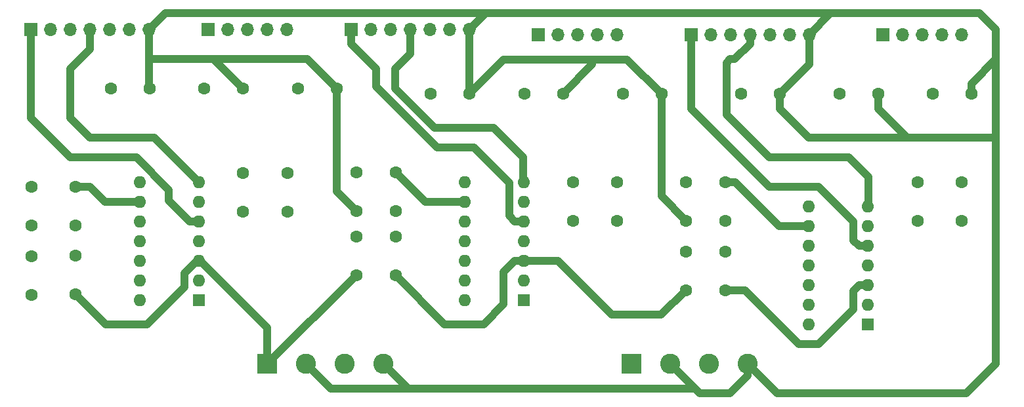
<source format=gbr>
%TF.GenerationSoftware,KiCad,Pcbnew,(5.1.10)-1*%
%TF.CreationDate,2022-02-15T22:08:32+02:00*%
%TF.ProjectId,SEM,53454d2e-6b69-4636-9164-5f7063625858,rev?*%
%TF.SameCoordinates,Original*%
%TF.FileFunction,Copper,L2,Bot*%
%TF.FilePolarity,Positive*%
%FSLAX46Y46*%
G04 Gerber Fmt 4.6, Leading zero omitted, Abs format (unit mm)*
G04 Created by KiCad (PCBNEW (5.1.10)-1) date 2022-02-15 22:08:32*
%MOMM*%
%LPD*%
G01*
G04 APERTURE LIST*
%TA.AperFunction,ComponentPad*%
%ADD10C,1.600000*%
%TD*%
%TA.AperFunction,ComponentPad*%
%ADD11O,1.700000X1.700000*%
%TD*%
%TA.AperFunction,ComponentPad*%
%ADD12R,1.700000X1.700000*%
%TD*%
%TA.AperFunction,ComponentPad*%
%ADD13R,2.600000X2.600000*%
%TD*%
%TA.AperFunction,ComponentPad*%
%ADD14C,2.600000*%
%TD*%
%TA.AperFunction,ComponentPad*%
%ADD15R,1.600000X1.600000*%
%TD*%
%TA.AperFunction,ComponentPad*%
%ADD16O,1.600000X1.600000*%
%TD*%
%TA.AperFunction,Conductor*%
%ADD17C,1.000000*%
%TD*%
G04 APERTURE END LIST*
D10*
%TO.P,C4,1*%
%TO.N,GND1*%
X90201000Y-175247000D03*
%TO.P,C4,2*%
%TO.N,Net-(C4-Pad2)*%
X85201000Y-175247000D03*
%TD*%
%TO.P,C22,2*%
%TO.N,GND1*%
X56546000Y-196837000D03*
%TO.P,C22,1*%
%TO.N,+12V*%
X56546000Y-201837000D03*
%TD*%
%TO.P,C5,1*%
%TO.N,+5V*%
X97821000Y-186042000D03*
%TO.P,C5,2*%
%TO.N,GND1*%
X97821000Y-191042000D03*
%TD*%
%TO.P,C31,1*%
%TO.N,+12V*%
X92741000Y-199377000D03*
%TO.P,C31,2*%
%TO.N,GND1*%
X92741000Y-194377000D03*
%TD*%
D11*
%TO.P,J10,5*%
%TO.N,Net-(J10-Pad5)*%
X83820000Y-167640000D03*
%TO.P,J10,4*%
%TO.N,Net-(J10-Pad4)*%
X81280000Y-167640000D03*
%TO.P,J10,3*%
%TO.N,/U_HIGH*%
X78740000Y-167640000D03*
%TO.P,J10,2*%
%TO.N,/U_DIS*%
X76200000Y-167640000D03*
D12*
%TO.P,J10,1*%
%TO.N,/U_LOW*%
X73660000Y-167640000D03*
%TD*%
D10*
%TO.P,C17,1*%
%TO.N,GND1*%
X107346000Y-175882000D03*
%TO.P,C17,2*%
%TO.N,Net-(C17-Pad2)*%
X102346000Y-175882000D03*
%TD*%
%TO.P,C6,2*%
%TO.N,GND1*%
X50831000Y-192947000D03*
%TO.P,C6,1*%
%TO.N,+5V*%
X50831000Y-187947000D03*
%TD*%
%TO.P,C30,1*%
%TO.N,+12V*%
X135286000Y-201282000D03*
%TO.P,C30,2*%
%TO.N,GND1*%
X135286000Y-196282000D03*
%TD*%
D13*
%TO.P,J5,1*%
%TO.N,+5V*%
X128270000Y-210820000D03*
D14*
%TO.P,J5,2*%
%TO.N,GND1*%
X133270000Y-210820000D03*
%TO.P,J5,3*%
%TO.N,+5V*%
X138270000Y-210820000D03*
%TO.P,J5,4*%
%TO.N,GND1*%
X143270000Y-210820000D03*
%TD*%
D10*
%TO.P,C33,1*%
%TO.N,/VBOOT_V*%
X126396000Y-187312000D03*
%TO.P,C33,2*%
%TO.N,/PHASE_V*%
X126396000Y-192312000D03*
%TD*%
%TO.P,C32,1*%
%TO.N,/VBOOT_W*%
X170846000Y-187312000D03*
%TO.P,C32,2*%
%TO.N,/PHASE_W*%
X170846000Y-192312000D03*
%TD*%
D11*
%TO.P,J12,7*%
%TO.N,GND1*%
X151161000Y-168262000D03*
%TO.P,J12,6*%
%TO.N,+5V*%
X148621000Y-168262000D03*
%TO.P,J12,5*%
%TO.N,/W_ISENSE*%
X146081000Y-168262000D03*
%TO.P,J12,4*%
%TO.N,/HIGH_GATE_W*%
X143541000Y-168262000D03*
%TO.P,J12,3*%
%TO.N,/LOW_GATE_W*%
X141001000Y-168262000D03*
%TO.P,J12,2*%
%TO.N,/W_USENSE*%
X138461000Y-168262000D03*
D12*
%TO.P,J12,1*%
%TO.N,/PHASE_W*%
X135921000Y-168262000D03*
%TD*%
D10*
%TO.P,C7,1*%
%TO.N,GND1*%
X66071000Y-175247000D03*
%TO.P,C7,2*%
%TO.N,Net-(C7-Pad2)*%
X61071000Y-175247000D03*
%TD*%
%TO.P,C16,1*%
%TO.N,GND1*%
X147351000Y-175882000D03*
%TO.P,C16,2*%
%TO.N,Net-(C16-Pad2)*%
X142351000Y-175882000D03*
%TD*%
%TO.P,C29,1*%
%TO.N,/VBOOT_V*%
X120681000Y-187312000D03*
%TO.P,C29,2*%
%TO.N,/PHASE_V*%
X120681000Y-192312000D03*
%TD*%
%TO.P,C23,1*%
%TO.N,GND1*%
X119411000Y-175882000D03*
%TO.P,C23,2*%
%TO.N,Net-(C23-Pad2)*%
X114411000Y-175882000D03*
%TD*%
D15*
%TO.P,U2,1*%
%TO.N,/LOW_GATE_W*%
X158750000Y-205740000D03*
D16*
%TO.P,U2,8*%
%TO.N,Net-(U2-Pad8)*%
X151130000Y-190500000D03*
%TO.P,U2,2*%
%TO.N,GND1*%
X158750000Y-203200000D03*
%TO.P,U2,9*%
%TO.N,+5V*%
X151130000Y-193040000D03*
%TO.P,U2,3*%
%TO.N,+12V*%
X158750000Y-200660000D03*
%TO.P,U2,10*%
%TO.N,Net-(C11-Pad2)*%
X151130000Y-195580000D03*
%TO.P,U2,4*%
%TO.N,Net-(U2-Pad4)*%
X158750000Y-198120000D03*
%TO.P,U2,11*%
%TO.N,Net-(C21-Pad2)*%
X151130000Y-198120000D03*
%TO.P,U2,5*%
%TO.N,/PHASE_W*%
X158750000Y-195580000D03*
%TO.P,U2,12*%
%TO.N,Net-(C16-Pad2)*%
X151130000Y-200660000D03*
%TO.P,U2,6*%
%TO.N,/VBOOT_W*%
X158750000Y-193040000D03*
%TO.P,U2,13*%
%TO.N,GND1*%
X151130000Y-203200000D03*
%TO.P,U2,7*%
%TO.N,/HIGH_GATE_W*%
X158750000Y-190500000D03*
%TO.P,U2,14*%
%TO.N,Net-(U2-Pad14)*%
X151130000Y-205740000D03*
%TD*%
D12*
%TO.P,J13,1*%
%TO.N,/PHASE_V*%
X92106000Y-167627000D03*
D11*
%TO.P,J13,2*%
%TO.N,/V_USENSE*%
X94646000Y-167627000D03*
%TO.P,J13,3*%
%TO.N,/LOW_GATE_V*%
X97186000Y-167627000D03*
%TO.P,J13,4*%
%TO.N,/HIGH_GATE_V*%
X99726000Y-167627000D03*
%TO.P,J13,5*%
%TO.N,/V_ISENSE*%
X102266000Y-167627000D03*
%TO.P,J13,6*%
%TO.N,+5V*%
X104806000Y-167627000D03*
%TO.P,J13,7*%
%TO.N,GND1*%
X107346000Y-167627000D03*
%TD*%
D10*
%TO.P,C25,2*%
%TO.N,/PHASE_U*%
X83851000Y-191169000D03*
%TO.P,C25,1*%
%TO.N,/VBOOT_U*%
X83851000Y-186169000D03*
%TD*%
D12*
%TO.P,J9,1*%
%TO.N,/V_LOW*%
X116205000Y-168275000D03*
D11*
%TO.P,J9,2*%
%TO.N,/V_DIS*%
X118745000Y-168275000D03*
%TO.P,J9,3*%
%TO.N,/V_HIGH*%
X121285000Y-168275000D03*
%TO.P,J9,4*%
%TO.N,Net-(J9-Pad4)*%
X123825000Y-168275000D03*
%TO.P,J9,5*%
%TO.N,Net-(J9-Pad5)*%
X126365000Y-168275000D03*
%TD*%
D13*
%TO.P,J8,1*%
%TO.N,+12V*%
X81280000Y-210820000D03*
D14*
%TO.P,J8,2*%
%TO.N,GND1*%
X86280000Y-210820000D03*
%TO.P,J8,3*%
%TO.N,+12V*%
X91280000Y-210820000D03*
%TO.P,J8,4*%
%TO.N,GND1*%
X96280000Y-210820000D03*
%TD*%
D15*
%TO.P,U3,1*%
%TO.N,/LOW_GATE_V*%
X114331000Y-202552000D03*
D16*
%TO.P,U3,8*%
%TO.N,Net-(U3-Pad8)*%
X106711000Y-187312000D03*
%TO.P,U3,2*%
%TO.N,GND1*%
X114331000Y-200012000D03*
%TO.P,U3,9*%
%TO.N,+5V*%
X106711000Y-189852000D03*
%TO.P,U3,3*%
%TO.N,+12V*%
X114331000Y-197472000D03*
%TO.P,U3,10*%
%TO.N,Net-(C12-Pad2)*%
X106711000Y-192392000D03*
%TO.P,U3,4*%
%TO.N,Net-(U3-Pad4)*%
X114331000Y-194932000D03*
%TO.P,U3,11*%
%TO.N,Net-(C23-Pad2)*%
X106711000Y-194932000D03*
%TO.P,U3,5*%
%TO.N,/PHASE_V*%
X114331000Y-192392000D03*
%TO.P,U3,12*%
%TO.N,Net-(C17-Pad2)*%
X106711000Y-197472000D03*
%TO.P,U3,6*%
%TO.N,/VBOOT_V*%
X114331000Y-189852000D03*
%TO.P,U3,13*%
%TO.N,GND1*%
X106711000Y-200012000D03*
%TO.P,U3,7*%
%TO.N,/HIGH_GATE_V*%
X114331000Y-187312000D03*
%TO.P,U3,14*%
%TO.N,Net-(U3-Pad14)*%
X106711000Y-202552000D03*
%TD*%
D10*
%TO.P,C9,1*%
%TO.N,+5V*%
X92741000Y-186042000D03*
%TO.P,C9,2*%
%TO.N,GND1*%
X92741000Y-191042000D03*
%TD*%
D12*
%TO.P,J11,1*%
%TO.N,/PHASE_U*%
X50800000Y-167627000D03*
D11*
%TO.P,J11,2*%
%TO.N,/U_USENSE*%
X53340000Y-167627000D03*
%TO.P,J11,3*%
%TO.N,/LOW_GATE_U*%
X55880000Y-167627000D03*
%TO.P,J11,4*%
%TO.N,/HIGH_GATE_U*%
X58420000Y-167627000D03*
%TO.P,J11,5*%
%TO.N,/U_ISENSE*%
X60960000Y-167627000D03*
%TO.P,J11,6*%
%TO.N,+5V*%
X63500000Y-167627000D03*
%TO.P,J11,7*%
%TO.N,GND1*%
X66040000Y-167627000D03*
%TD*%
D10*
%TO.P,C3,1*%
%TO.N,+5V*%
X140366000Y-187312000D03*
%TO.P,C3,2*%
%TO.N,GND1*%
X140366000Y-192312000D03*
%TD*%
%TO.P,C21,1*%
%TO.N,GND1*%
X160051000Y-175882000D03*
%TO.P,C21,2*%
%TO.N,Net-(C21-Pad2)*%
X155051000Y-175882000D03*
%TD*%
%TO.P,C2,2*%
%TO.N,GND1*%
X56546000Y-192947000D03*
%TO.P,C2,1*%
%TO.N,+5V*%
X56546000Y-187947000D03*
%TD*%
D12*
%TO.P,J4,1*%
%TO.N,/W_LOW*%
X160655000Y-168275000D03*
D11*
%TO.P,J4,2*%
%TO.N,/W_DIS*%
X163195000Y-168275000D03*
%TO.P,J4,3*%
%TO.N,/W_HIGH*%
X165735000Y-168275000D03*
%TO.P,J4,4*%
%TO.N,Net-(J4-Pad4)*%
X168275000Y-168275000D03*
%TO.P,J4,5*%
%TO.N,Net-(J4-Pad5)*%
X170815000Y-168275000D03*
%TD*%
D10*
%TO.P,C28,2*%
%TO.N,GND1*%
X50831000Y-196917000D03*
%TO.P,C28,1*%
%TO.N,+12V*%
X50831000Y-201917000D03*
%TD*%
%TO.P,C11,1*%
%TO.N,GND1*%
X172085000Y-175895000D03*
%TO.P,C11,2*%
%TO.N,Net-(C11-Pad2)*%
X167085000Y-175895000D03*
%TD*%
%TO.P,C19,2*%
%TO.N,/PHASE_U*%
X78136000Y-191169000D03*
%TO.P,C19,1*%
%TO.N,/VBOOT_U*%
X78136000Y-186169000D03*
%TD*%
%TO.P,C12,1*%
%TO.N,GND1*%
X132111000Y-175882000D03*
%TO.P,C12,2*%
%TO.N,Net-(C12-Pad2)*%
X127111000Y-175882000D03*
%TD*%
%TO.P,C26,1*%
%TO.N,+12V*%
X97821000Y-199377000D03*
%TO.P,C26,2*%
%TO.N,GND1*%
X97821000Y-194377000D03*
%TD*%
%TO.P,C8,1*%
%TO.N,+5V*%
X135286000Y-187312000D03*
%TO.P,C8,2*%
%TO.N,GND1*%
X135286000Y-192312000D03*
%TD*%
%TO.P,C13,1*%
%TO.N,GND1*%
X78136000Y-175247000D03*
%TO.P,C13,2*%
%TO.N,Net-(C13-Pad2)*%
X73136000Y-175247000D03*
%TD*%
%TO.P,C27,1*%
%TO.N,/VBOOT_W*%
X165131000Y-187312000D03*
%TO.P,C27,2*%
%TO.N,/PHASE_W*%
X165131000Y-192312000D03*
%TD*%
%TO.P,C24,1*%
%TO.N,+12V*%
X140366000Y-201282000D03*
%TO.P,C24,2*%
%TO.N,GND1*%
X140366000Y-196282000D03*
%TD*%
D16*
%TO.P,U1,14*%
%TO.N,Net-(U1-Pad14)*%
X64801000Y-202552000D03*
%TO.P,U1,7*%
%TO.N,/HIGH_GATE_U*%
X72421000Y-187312000D03*
%TO.P,U1,13*%
%TO.N,GND1*%
X64801000Y-200012000D03*
%TO.P,U1,6*%
%TO.N,/VBOOT_U*%
X72421000Y-189852000D03*
%TO.P,U1,12*%
%TO.N,Net-(C7-Pad2)*%
X64801000Y-197472000D03*
%TO.P,U1,5*%
%TO.N,/PHASE_U*%
X72421000Y-192392000D03*
%TO.P,U1,11*%
%TO.N,Net-(C13-Pad2)*%
X64801000Y-194932000D03*
%TO.P,U1,4*%
%TO.N,Net-(U1-Pad4)*%
X72421000Y-194932000D03*
%TO.P,U1,10*%
%TO.N,Net-(C4-Pad2)*%
X64801000Y-192392000D03*
%TO.P,U1,3*%
%TO.N,+12V*%
X72421000Y-197472000D03*
%TO.P,U1,9*%
%TO.N,+5V*%
X64801000Y-189852000D03*
%TO.P,U1,2*%
%TO.N,GND1*%
X72421000Y-200012000D03*
%TO.P,U1,8*%
%TO.N,Net-(U1-Pad8)*%
X64801000Y-187312000D03*
D15*
%TO.P,U1,1*%
%TO.N,/LOW_GATE_U*%
X72421000Y-202552000D03*
%TD*%
D17*
%TO.N,+5V*%
X64801000Y-189852000D02*
X60312000Y-189852000D01*
X60312000Y-189852000D02*
X58407000Y-187947000D01*
X58407000Y-187947000D02*
X56546000Y-187947000D01*
X147320000Y-193040000D02*
X141592000Y-187312000D01*
X141592000Y-187312000D02*
X140366000Y-187312000D01*
X151130000Y-193040000D02*
X147320000Y-193040000D01*
X101631000Y-189852000D02*
X106711000Y-189852000D01*
X97821000Y-186042000D02*
X101631000Y-189852000D01*
%TO.N,/PHASE_U*%
X55880000Y-184150000D02*
X64377002Y-184150000D01*
X64377002Y-184150000D02*
X68580000Y-188352998D01*
X50800000Y-179070000D02*
X55880000Y-184150000D01*
X68580000Y-189682370D02*
X71289630Y-192392000D01*
X68580000Y-188352998D02*
X68580000Y-189682370D01*
X71289630Y-192392000D02*
X72421000Y-192392000D01*
X50800000Y-167627000D02*
X50800000Y-179070000D01*
%TO.N,/PHASE_W*%
X135921000Y-168262000D02*
X135921000Y-177831000D01*
X135921000Y-177831000D02*
X146050000Y-187960000D01*
X152400000Y-187960000D02*
X156899999Y-192459999D01*
X157618630Y-195580000D02*
X158750000Y-195580000D01*
X146050000Y-187960000D02*
X152400000Y-187960000D01*
X156899999Y-194861369D02*
X157618630Y-195580000D01*
X156899999Y-192459999D02*
X156899999Y-194861369D01*
%TO.N,/PHASE_V*%
X103217955Y-182880000D02*
X107950000Y-182880000D01*
X95349000Y-175011045D02*
X103217955Y-182880000D01*
X112480999Y-187410999D02*
X112480999Y-191673369D01*
X107950000Y-182880000D02*
X112480999Y-187410999D01*
X92106000Y-169477000D02*
X95349000Y-172720000D01*
X112480999Y-191673369D02*
X113199630Y-192392000D01*
X95349000Y-172720000D02*
X95349000Y-175011045D01*
X92106000Y-167627000D02*
X92106000Y-169477000D01*
X113199630Y-192392000D02*
X114331000Y-192392000D01*
%TO.N,GND1*%
X89495000Y-214035000D02*
X86280000Y-210820000D01*
X107346000Y-175882000D02*
X111760000Y-171468000D01*
X111760000Y-171468000D02*
X123172000Y-171468000D01*
X119411000Y-175882000D02*
X123172000Y-172121000D01*
X66040000Y-175216000D02*
X66071000Y-175247000D01*
X66040000Y-171450000D02*
X66040000Y-175216000D01*
X74339000Y-171450000D02*
X86404000Y-171450000D01*
X137080000Y-214630000D02*
X136485000Y-214035000D01*
X127697000Y-171468000D02*
X132111000Y-175882000D01*
X107346000Y-175882000D02*
X107346000Y-174594000D01*
X90201000Y-175247000D02*
X90201000Y-188502000D01*
X74339000Y-171450000D02*
X78136000Y-175247000D01*
X68126990Y-165540010D02*
X66040000Y-167627000D01*
X66040000Y-167627000D02*
X66040000Y-171450000D01*
X123172000Y-172121000D02*
X123172000Y-171468000D01*
X86404000Y-171450000D02*
X90201000Y-175247000D01*
X66040000Y-171450000D02*
X74339000Y-171450000D01*
X99495000Y-214035000D02*
X96280000Y-210820000D01*
X123172000Y-171468000D02*
X127697000Y-171468000D01*
X107346000Y-167627000D02*
X107346000Y-175882000D01*
X90201000Y-188502000D02*
X92741000Y-191042000D01*
X109432990Y-165540010D02*
X68126990Y-165540010D01*
X99495000Y-214035000D02*
X89495000Y-214035000D01*
X136485000Y-214035000D02*
X133270000Y-210820000D01*
X136485000Y-214035000D02*
X99495000Y-214035000D01*
X109432990Y-165540010D02*
X107346000Y-167627000D01*
X175260000Y-171450000D02*
X175260000Y-167640000D01*
X160051000Y-175882000D02*
X160051000Y-177831000D01*
X147080000Y-214630000D02*
X171450000Y-214630000D01*
X132111000Y-175882000D02*
X132111000Y-189137000D01*
X151130000Y-181610000D02*
X163830000Y-181610000D01*
X151161000Y-172072000D02*
X147351000Y-175882000D01*
X163830000Y-181610000D02*
X175260000Y-181610000D01*
X175260000Y-210820000D02*
X175260000Y-181610000D01*
X172085000Y-174625000D02*
X175260000Y-171450000D01*
X147351000Y-175882000D02*
X147351000Y-177831000D01*
X132111000Y-189137000D02*
X135286000Y-192312000D01*
X175260000Y-181610000D02*
X175260000Y-171450000D01*
X175260000Y-167640000D02*
X173160010Y-165540010D01*
X171450000Y-214630000D02*
X175260000Y-210820000D01*
X173160010Y-165540010D02*
X153882990Y-165540010D01*
X147351000Y-177831000D02*
X151130000Y-181610000D01*
X172085000Y-175895000D02*
X172085000Y-174625000D01*
X151161000Y-168262000D02*
X151161000Y-172072000D01*
X153882990Y-165540010D02*
X151161000Y-168262000D01*
X153882990Y-165540010D02*
X109432990Y-165540010D01*
X160051000Y-177831000D02*
X163830000Y-181610000D01*
X143270000Y-210820000D02*
X147080000Y-214630000D01*
X140970000Y-214630000D02*
X137080000Y-214630000D01*
X143270000Y-212330000D02*
X140970000Y-214630000D01*
X143270000Y-210820000D02*
X143270000Y-212330000D01*
%TO.N,/HIGH_GATE_U*%
X58420000Y-170180000D02*
X55880000Y-172720000D01*
X55880000Y-172720000D02*
X55880000Y-179070000D01*
X58420000Y-181610000D02*
X66719000Y-181610000D01*
X58420000Y-167627000D02*
X58420000Y-170180000D01*
X66719000Y-181610000D02*
X72421000Y-187312000D01*
X55880000Y-179070000D02*
X58420000Y-181610000D01*
%TO.N,/HIGH_GATE_V*%
X99726000Y-167627000D02*
X99726000Y-170784000D01*
X114300000Y-187281000D02*
X114331000Y-187312000D01*
X114300000Y-184150000D02*
X114300000Y-187281000D01*
X110490000Y-180340000D02*
X114300000Y-184150000D01*
X102870000Y-180340000D02*
X110490000Y-180340000D01*
X97790000Y-172720000D02*
X97790000Y-175260000D01*
X97790000Y-175260000D02*
X102870000Y-180340000D01*
X99726000Y-170784000D02*
X97790000Y-172720000D01*
%TO.N,/HIGH_GATE_W*%
X158781000Y-190469000D02*
X158750000Y-190500000D01*
X140970000Y-171450000D02*
X140500999Y-171919001D01*
X140500999Y-171919001D02*
X140500999Y-178600999D01*
X141555081Y-171450000D02*
X140970000Y-171450000D01*
X143541000Y-169464081D02*
X141555081Y-171450000D01*
X143541000Y-168262000D02*
X143541000Y-169464081D01*
X158781000Y-186677000D02*
X158781000Y-190469000D01*
X146050000Y-184150000D02*
X156254000Y-184150000D01*
X140500999Y-178600999D02*
X146050000Y-184150000D01*
X156254000Y-184150000D02*
X158781000Y-186677000D01*
%TO.N,+12V*%
X156899999Y-201378631D02*
X157618630Y-200660000D01*
X81298000Y-210820000D02*
X92741000Y-199377000D01*
X81280000Y-210820000D02*
X81280000Y-206132998D01*
X111760000Y-203112000D02*
X111760000Y-198911630D01*
X97821000Y-199377000D02*
X104140000Y-205696000D01*
X118732000Y-197472000D02*
X125730000Y-204470000D01*
X114331000Y-197472000D02*
X118732000Y-197472000D01*
X157618630Y-200660000D02*
X158750000Y-200660000D01*
X156899999Y-203780001D02*
X156899999Y-201378631D01*
X81280000Y-206132998D02*
X72619002Y-197472000D01*
X81280000Y-210820000D02*
X81298000Y-210820000D01*
X142862000Y-201282000D02*
X149860000Y-208280000D01*
X113199630Y-197472000D02*
X114331000Y-197472000D01*
X109176000Y-205696000D02*
X111760000Y-203112000D01*
X104140000Y-205696000D02*
X109176000Y-205696000D01*
X60449000Y-205740000D02*
X65731000Y-205740000D01*
X65731000Y-205740000D02*
X70570999Y-200900001D01*
X70570999Y-199123999D02*
X72222998Y-197472000D01*
X70570999Y-200900001D02*
X70570999Y-199123999D01*
X111760000Y-198911630D02*
X113199630Y-197472000D01*
X72619002Y-197472000D02*
X72421000Y-197472000D01*
X149860000Y-208280000D02*
X152400000Y-208280000D01*
X72222998Y-197472000D02*
X72421000Y-197472000D01*
X132098000Y-204470000D02*
X135286000Y-201282000D01*
X56546000Y-201837000D02*
X60449000Y-205740000D01*
X152400000Y-208280000D02*
X156899999Y-203780001D01*
X140366000Y-201282000D02*
X142862000Y-201282000D01*
X125730000Y-204470000D02*
X132098000Y-204470000D01*
%TD*%
M02*

</source>
